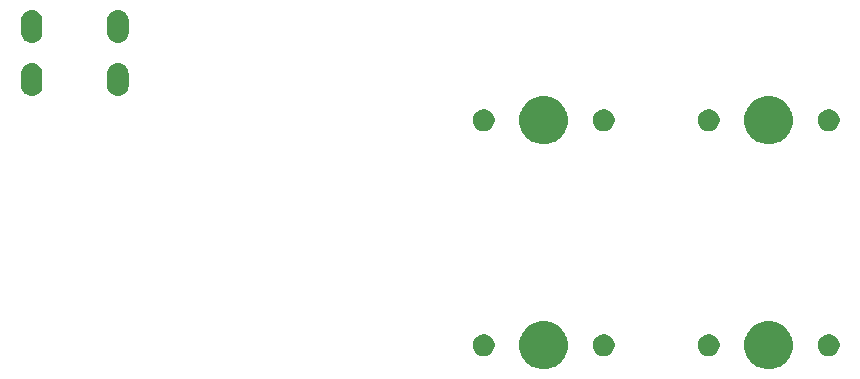
<source format=gts>
G04 #@! TF.GenerationSoftware,KiCad,Pcbnew,(5.1.5)-3*
G04 #@! TF.CreationDate,2020-07-11T00:43:04+09:00*
G04 #@! TF.ProjectId,kicad-pcb-01,6b696361-642d-4706-9362-2d30312e6b69,rev?*
G04 #@! TF.SameCoordinates,Original*
G04 #@! TF.FileFunction,Soldermask,Top*
G04 #@! TF.FilePolarity,Negative*
%FSLAX46Y46*%
G04 Gerber Fmt 4.6, Leading zero omitted, Abs format (unit mm)*
G04 Created by KiCad (PCBNEW (5.1.5)-3) date 2020-07-11 00:43:04*
%MOMM*%
%LPD*%
G04 APERTURE LIST*
%ADD10C,0.100000*%
G04 APERTURE END LIST*
D10*
G36*
X149027724Y-130589934D02*
G01*
X149245724Y-130680233D01*
X149399873Y-130744083D01*
X149734798Y-130967873D01*
X150019627Y-131252702D01*
X150243417Y-131587627D01*
X150275812Y-131665836D01*
X150397566Y-131959776D01*
X150476150Y-132354844D01*
X150476150Y-132757656D01*
X150397566Y-133152724D01*
X150346701Y-133275522D01*
X150243417Y-133524873D01*
X150019627Y-133859798D01*
X149734798Y-134144627D01*
X149399873Y-134368417D01*
X149245724Y-134432267D01*
X149027724Y-134522566D01*
X148632656Y-134601150D01*
X148229844Y-134601150D01*
X147834776Y-134522566D01*
X147616776Y-134432267D01*
X147462627Y-134368417D01*
X147127702Y-134144627D01*
X146842873Y-133859798D01*
X146619083Y-133524873D01*
X146515799Y-133275522D01*
X146464934Y-133152724D01*
X146386350Y-132757656D01*
X146386350Y-132354844D01*
X146464934Y-131959776D01*
X146586688Y-131665836D01*
X146619083Y-131587627D01*
X146842873Y-131252702D01*
X147127702Y-130967873D01*
X147462627Y-130744083D01*
X147616776Y-130680233D01*
X147834776Y-130589934D01*
X148229844Y-130511350D01*
X148632656Y-130511350D01*
X149027724Y-130589934D01*
G37*
G36*
X168077724Y-130589934D02*
G01*
X168295724Y-130680233D01*
X168449873Y-130744083D01*
X168784798Y-130967873D01*
X169069627Y-131252702D01*
X169293417Y-131587627D01*
X169325812Y-131665836D01*
X169447566Y-131959776D01*
X169526150Y-132354844D01*
X169526150Y-132757656D01*
X169447566Y-133152724D01*
X169396701Y-133275522D01*
X169293417Y-133524873D01*
X169069627Y-133859798D01*
X168784798Y-134144627D01*
X168449873Y-134368417D01*
X168295724Y-134432267D01*
X168077724Y-134522566D01*
X167682656Y-134601150D01*
X167279844Y-134601150D01*
X166884776Y-134522566D01*
X166666776Y-134432267D01*
X166512627Y-134368417D01*
X166177702Y-134144627D01*
X165892873Y-133859798D01*
X165669083Y-133524873D01*
X165565799Y-133275522D01*
X165514934Y-133152724D01*
X165436350Y-132757656D01*
X165436350Y-132354844D01*
X165514934Y-131959776D01*
X165636688Y-131665836D01*
X165669083Y-131587627D01*
X165892873Y-131252702D01*
X166177702Y-130967873D01*
X166512627Y-130744083D01*
X166666776Y-130680233D01*
X166884776Y-130589934D01*
X167279844Y-130511350D01*
X167682656Y-130511350D01*
X168077724Y-130589934D01*
G37*
G36*
X172831354Y-131665835D02*
G01*
X172999876Y-131735639D01*
X173151541Y-131836978D01*
X173280522Y-131965959D01*
X173381861Y-132117624D01*
X173451665Y-132286146D01*
X173487250Y-132465047D01*
X173487250Y-132647453D01*
X173451665Y-132826354D01*
X173381861Y-132994876D01*
X173280522Y-133146541D01*
X173151541Y-133275522D01*
X172999876Y-133376861D01*
X172831354Y-133446665D01*
X172652453Y-133482250D01*
X172470047Y-133482250D01*
X172291146Y-133446665D01*
X172122624Y-133376861D01*
X171970959Y-133275522D01*
X171841978Y-133146541D01*
X171740639Y-132994876D01*
X171670835Y-132826354D01*
X171635250Y-132647453D01*
X171635250Y-132465047D01*
X171670835Y-132286146D01*
X171740639Y-132117624D01*
X171841978Y-131965959D01*
X171970959Y-131836978D01*
X172122624Y-131735639D01*
X172291146Y-131665835D01*
X172470047Y-131630250D01*
X172652453Y-131630250D01*
X172831354Y-131665835D01*
G37*
G36*
X162671354Y-131665835D02*
G01*
X162839876Y-131735639D01*
X162991541Y-131836978D01*
X163120522Y-131965959D01*
X163221861Y-132117624D01*
X163291665Y-132286146D01*
X163327250Y-132465047D01*
X163327250Y-132647453D01*
X163291665Y-132826354D01*
X163221861Y-132994876D01*
X163120522Y-133146541D01*
X162991541Y-133275522D01*
X162839876Y-133376861D01*
X162671354Y-133446665D01*
X162492453Y-133482250D01*
X162310047Y-133482250D01*
X162131146Y-133446665D01*
X161962624Y-133376861D01*
X161810959Y-133275522D01*
X161681978Y-133146541D01*
X161580639Y-132994876D01*
X161510835Y-132826354D01*
X161475250Y-132647453D01*
X161475250Y-132465047D01*
X161510835Y-132286146D01*
X161580639Y-132117624D01*
X161681978Y-131965959D01*
X161810959Y-131836978D01*
X161962624Y-131735639D01*
X162131146Y-131665835D01*
X162310047Y-131630250D01*
X162492453Y-131630250D01*
X162671354Y-131665835D01*
G37*
G36*
X153781354Y-131665835D02*
G01*
X153949876Y-131735639D01*
X154101541Y-131836978D01*
X154230522Y-131965959D01*
X154331861Y-132117624D01*
X154401665Y-132286146D01*
X154437250Y-132465047D01*
X154437250Y-132647453D01*
X154401665Y-132826354D01*
X154331861Y-132994876D01*
X154230522Y-133146541D01*
X154101541Y-133275522D01*
X153949876Y-133376861D01*
X153781354Y-133446665D01*
X153602453Y-133482250D01*
X153420047Y-133482250D01*
X153241146Y-133446665D01*
X153072624Y-133376861D01*
X152920959Y-133275522D01*
X152791978Y-133146541D01*
X152690639Y-132994876D01*
X152620835Y-132826354D01*
X152585250Y-132647453D01*
X152585250Y-132465047D01*
X152620835Y-132286146D01*
X152690639Y-132117624D01*
X152791978Y-131965959D01*
X152920959Y-131836978D01*
X153072624Y-131735639D01*
X153241146Y-131665835D01*
X153420047Y-131630250D01*
X153602453Y-131630250D01*
X153781354Y-131665835D01*
G37*
G36*
X143621354Y-131665835D02*
G01*
X143789876Y-131735639D01*
X143941541Y-131836978D01*
X144070522Y-131965959D01*
X144171861Y-132117624D01*
X144241665Y-132286146D01*
X144277250Y-132465047D01*
X144277250Y-132647453D01*
X144241665Y-132826354D01*
X144171861Y-132994876D01*
X144070522Y-133146541D01*
X143941541Y-133275522D01*
X143789876Y-133376861D01*
X143621354Y-133446665D01*
X143442453Y-133482250D01*
X143260047Y-133482250D01*
X143081146Y-133446665D01*
X142912624Y-133376861D01*
X142760959Y-133275522D01*
X142631978Y-133146541D01*
X142530639Y-132994876D01*
X142460835Y-132826354D01*
X142425250Y-132647453D01*
X142425250Y-132465047D01*
X142460835Y-132286146D01*
X142530639Y-132117624D01*
X142631978Y-131965959D01*
X142760959Y-131836978D01*
X142912624Y-131735639D01*
X143081146Y-131665835D01*
X143260047Y-131630250D01*
X143442453Y-131630250D01*
X143621354Y-131665835D01*
G37*
G36*
X149027724Y-111539934D02*
G01*
X149245724Y-111630233D01*
X149399873Y-111694083D01*
X149734798Y-111917873D01*
X150019627Y-112202702D01*
X150243417Y-112537627D01*
X150275812Y-112615836D01*
X150397566Y-112909776D01*
X150476150Y-113304844D01*
X150476150Y-113707656D01*
X150397566Y-114102724D01*
X150346701Y-114225522D01*
X150243417Y-114474873D01*
X150019627Y-114809798D01*
X149734798Y-115094627D01*
X149399873Y-115318417D01*
X149245724Y-115382267D01*
X149027724Y-115472566D01*
X148632656Y-115551150D01*
X148229844Y-115551150D01*
X147834776Y-115472566D01*
X147616776Y-115382267D01*
X147462627Y-115318417D01*
X147127702Y-115094627D01*
X146842873Y-114809798D01*
X146619083Y-114474873D01*
X146515799Y-114225522D01*
X146464934Y-114102724D01*
X146386350Y-113707656D01*
X146386350Y-113304844D01*
X146464934Y-112909776D01*
X146586688Y-112615836D01*
X146619083Y-112537627D01*
X146842873Y-112202702D01*
X147127702Y-111917873D01*
X147462627Y-111694083D01*
X147616776Y-111630233D01*
X147834776Y-111539934D01*
X148229844Y-111461350D01*
X148632656Y-111461350D01*
X149027724Y-111539934D01*
G37*
G36*
X168077724Y-111539934D02*
G01*
X168295724Y-111630233D01*
X168449873Y-111694083D01*
X168784798Y-111917873D01*
X169069627Y-112202702D01*
X169293417Y-112537627D01*
X169325812Y-112615836D01*
X169447566Y-112909776D01*
X169526150Y-113304844D01*
X169526150Y-113707656D01*
X169447566Y-114102724D01*
X169396701Y-114225522D01*
X169293417Y-114474873D01*
X169069627Y-114809798D01*
X168784798Y-115094627D01*
X168449873Y-115318417D01*
X168295724Y-115382267D01*
X168077724Y-115472566D01*
X167682656Y-115551150D01*
X167279844Y-115551150D01*
X166884776Y-115472566D01*
X166666776Y-115382267D01*
X166512627Y-115318417D01*
X166177702Y-115094627D01*
X165892873Y-114809798D01*
X165669083Y-114474873D01*
X165565799Y-114225522D01*
X165514934Y-114102724D01*
X165436350Y-113707656D01*
X165436350Y-113304844D01*
X165514934Y-112909776D01*
X165636688Y-112615836D01*
X165669083Y-112537627D01*
X165892873Y-112202702D01*
X166177702Y-111917873D01*
X166512627Y-111694083D01*
X166666776Y-111630233D01*
X166884776Y-111539934D01*
X167279844Y-111461350D01*
X167682656Y-111461350D01*
X168077724Y-111539934D01*
G37*
G36*
X172831354Y-112615835D02*
G01*
X172999876Y-112685639D01*
X173151541Y-112786978D01*
X173280522Y-112915959D01*
X173381861Y-113067624D01*
X173451665Y-113236146D01*
X173487250Y-113415047D01*
X173487250Y-113597453D01*
X173451665Y-113776354D01*
X173381861Y-113944876D01*
X173280522Y-114096541D01*
X173151541Y-114225522D01*
X172999876Y-114326861D01*
X172831354Y-114396665D01*
X172652453Y-114432250D01*
X172470047Y-114432250D01*
X172291146Y-114396665D01*
X172122624Y-114326861D01*
X171970959Y-114225522D01*
X171841978Y-114096541D01*
X171740639Y-113944876D01*
X171670835Y-113776354D01*
X171635250Y-113597453D01*
X171635250Y-113415047D01*
X171670835Y-113236146D01*
X171740639Y-113067624D01*
X171841978Y-112915959D01*
X171970959Y-112786978D01*
X172122624Y-112685639D01*
X172291146Y-112615835D01*
X172470047Y-112580250D01*
X172652453Y-112580250D01*
X172831354Y-112615835D01*
G37*
G36*
X143621354Y-112615835D02*
G01*
X143789876Y-112685639D01*
X143941541Y-112786978D01*
X144070522Y-112915959D01*
X144171861Y-113067624D01*
X144241665Y-113236146D01*
X144277250Y-113415047D01*
X144277250Y-113597453D01*
X144241665Y-113776354D01*
X144171861Y-113944876D01*
X144070522Y-114096541D01*
X143941541Y-114225522D01*
X143789876Y-114326861D01*
X143621354Y-114396665D01*
X143442453Y-114432250D01*
X143260047Y-114432250D01*
X143081146Y-114396665D01*
X142912624Y-114326861D01*
X142760959Y-114225522D01*
X142631978Y-114096541D01*
X142530639Y-113944876D01*
X142460835Y-113776354D01*
X142425250Y-113597453D01*
X142425250Y-113415047D01*
X142460835Y-113236146D01*
X142530639Y-113067624D01*
X142631978Y-112915959D01*
X142760959Y-112786978D01*
X142912624Y-112685639D01*
X143081146Y-112615835D01*
X143260047Y-112580250D01*
X143442453Y-112580250D01*
X143621354Y-112615835D01*
G37*
G36*
X153781354Y-112615835D02*
G01*
X153949876Y-112685639D01*
X154101541Y-112786978D01*
X154230522Y-112915959D01*
X154331861Y-113067624D01*
X154401665Y-113236146D01*
X154437250Y-113415047D01*
X154437250Y-113597453D01*
X154401665Y-113776354D01*
X154331861Y-113944876D01*
X154230522Y-114096541D01*
X154101541Y-114225522D01*
X153949876Y-114326861D01*
X153781354Y-114396665D01*
X153602453Y-114432250D01*
X153420047Y-114432250D01*
X153241146Y-114396665D01*
X153072624Y-114326861D01*
X152920959Y-114225522D01*
X152791978Y-114096541D01*
X152690639Y-113944876D01*
X152620835Y-113776354D01*
X152585250Y-113597453D01*
X152585250Y-113415047D01*
X152620835Y-113236146D01*
X152690639Y-113067624D01*
X152791978Y-112915959D01*
X152920959Y-112786978D01*
X153072624Y-112685639D01*
X153241146Y-112615835D01*
X153420047Y-112580250D01*
X153602453Y-112580250D01*
X153781354Y-112615835D01*
G37*
G36*
X162671354Y-112615835D02*
G01*
X162839876Y-112685639D01*
X162991541Y-112786978D01*
X163120522Y-112915959D01*
X163221861Y-113067624D01*
X163291665Y-113236146D01*
X163327250Y-113415047D01*
X163327250Y-113597453D01*
X163291665Y-113776354D01*
X163221861Y-113944876D01*
X163120522Y-114096541D01*
X162991541Y-114225522D01*
X162839876Y-114326861D01*
X162671354Y-114396665D01*
X162492453Y-114432250D01*
X162310047Y-114432250D01*
X162131146Y-114396665D01*
X161962624Y-114326861D01*
X161810959Y-114225522D01*
X161681978Y-114096541D01*
X161580639Y-113944876D01*
X161510835Y-113776354D01*
X161475250Y-113597453D01*
X161475250Y-113415047D01*
X161510835Y-113236146D01*
X161580639Y-113067624D01*
X161681978Y-112915959D01*
X161810959Y-112786978D01*
X161962624Y-112685639D01*
X162131146Y-112615835D01*
X162310047Y-112580250D01*
X162492453Y-112580250D01*
X162671354Y-112615835D01*
G37*
G36*
X105270377Y-108680787D02*
G01*
X105440216Y-108732307D01*
X105596741Y-108815972D01*
X105632479Y-108845302D01*
X105733936Y-108928564D01*
X105817198Y-109030021D01*
X105846528Y-109065759D01*
X105930193Y-109222284D01*
X105981713Y-109392123D01*
X105994750Y-109524492D01*
X105994750Y-110613008D01*
X105981713Y-110745377D01*
X105930193Y-110915216D01*
X105846528Y-111071741D01*
X105817198Y-111107479D01*
X105733936Y-111208936D01*
X105596739Y-111321529D01*
X105440217Y-111405192D01*
X105440215Y-111405193D01*
X105270376Y-111456713D01*
X105093750Y-111474109D01*
X104917123Y-111456713D01*
X104747284Y-111405193D01*
X104590759Y-111321528D01*
X104555021Y-111292198D01*
X104453564Y-111208936D01*
X104340971Y-111071739D01*
X104257308Y-110915217D01*
X104257307Y-110915215D01*
X104205787Y-110745376D01*
X104192750Y-110613007D01*
X104192751Y-109524492D01*
X104205788Y-109392123D01*
X104257308Y-109222284D01*
X104340973Y-109065759D01*
X104370303Y-109030021D01*
X104453565Y-108928564D01*
X104555022Y-108845302D01*
X104590760Y-108815972D01*
X104747285Y-108732307D01*
X104917124Y-108680787D01*
X105093750Y-108663391D01*
X105270377Y-108680787D01*
G37*
G36*
X112570377Y-108680787D02*
G01*
X112740216Y-108732307D01*
X112896741Y-108815972D01*
X112932479Y-108845302D01*
X113033936Y-108928564D01*
X113117198Y-109030021D01*
X113146528Y-109065759D01*
X113230193Y-109222284D01*
X113281713Y-109392123D01*
X113294750Y-109524492D01*
X113294750Y-110613008D01*
X113281713Y-110745377D01*
X113230193Y-110915216D01*
X113146528Y-111071741D01*
X113117198Y-111107479D01*
X113033936Y-111208936D01*
X112896739Y-111321529D01*
X112740217Y-111405192D01*
X112740215Y-111405193D01*
X112570376Y-111456713D01*
X112393750Y-111474109D01*
X112217123Y-111456713D01*
X112047284Y-111405193D01*
X111890759Y-111321528D01*
X111855021Y-111292198D01*
X111753564Y-111208936D01*
X111640971Y-111071739D01*
X111557308Y-110915217D01*
X111557307Y-110915215D01*
X111505787Y-110745376D01*
X111492750Y-110613007D01*
X111492751Y-109524492D01*
X111505788Y-109392123D01*
X111557308Y-109222284D01*
X111640973Y-109065759D01*
X111670303Y-109030021D01*
X111753565Y-108928564D01*
X111855022Y-108845302D01*
X111890760Y-108815972D01*
X112047285Y-108732307D01*
X112217124Y-108680787D01*
X112393750Y-108663391D01*
X112570377Y-108680787D01*
G37*
G36*
X105270377Y-104180787D02*
G01*
X105440216Y-104232307D01*
X105596741Y-104315972D01*
X105632479Y-104345302D01*
X105733936Y-104428564D01*
X105817198Y-104530021D01*
X105846528Y-104565759D01*
X105930193Y-104722284D01*
X105981713Y-104892123D01*
X105994750Y-105024492D01*
X105994750Y-106113008D01*
X105981713Y-106245377D01*
X105930193Y-106415216D01*
X105846528Y-106571741D01*
X105817198Y-106607479D01*
X105733936Y-106708936D01*
X105596739Y-106821529D01*
X105440217Y-106905192D01*
X105440215Y-106905193D01*
X105270376Y-106956713D01*
X105093750Y-106974109D01*
X104917123Y-106956713D01*
X104747284Y-106905193D01*
X104590759Y-106821528D01*
X104555021Y-106792198D01*
X104453564Y-106708936D01*
X104340971Y-106571739D01*
X104257308Y-106415217D01*
X104257307Y-106415215D01*
X104205787Y-106245376D01*
X104192750Y-106113007D01*
X104192751Y-105024492D01*
X104205788Y-104892123D01*
X104257308Y-104722284D01*
X104340973Y-104565759D01*
X104370303Y-104530021D01*
X104453565Y-104428564D01*
X104555022Y-104345302D01*
X104590760Y-104315972D01*
X104747285Y-104232307D01*
X104917124Y-104180787D01*
X105093750Y-104163391D01*
X105270377Y-104180787D01*
G37*
G36*
X112570377Y-104180787D02*
G01*
X112740216Y-104232307D01*
X112896741Y-104315972D01*
X112932479Y-104345302D01*
X113033936Y-104428564D01*
X113117198Y-104530021D01*
X113146528Y-104565759D01*
X113230193Y-104722284D01*
X113281713Y-104892123D01*
X113294750Y-105024492D01*
X113294750Y-106113008D01*
X113281713Y-106245377D01*
X113230193Y-106415216D01*
X113146528Y-106571741D01*
X113117198Y-106607479D01*
X113033936Y-106708936D01*
X112896739Y-106821529D01*
X112740217Y-106905192D01*
X112740215Y-106905193D01*
X112570376Y-106956713D01*
X112393750Y-106974109D01*
X112217123Y-106956713D01*
X112047284Y-106905193D01*
X111890759Y-106821528D01*
X111855021Y-106792198D01*
X111753564Y-106708936D01*
X111640971Y-106571739D01*
X111557308Y-106415217D01*
X111557307Y-106415215D01*
X111505787Y-106245376D01*
X111492750Y-106113007D01*
X111492751Y-105024492D01*
X111505788Y-104892123D01*
X111557308Y-104722284D01*
X111640973Y-104565759D01*
X111670303Y-104530021D01*
X111753565Y-104428564D01*
X111855022Y-104345302D01*
X111890760Y-104315972D01*
X112047285Y-104232307D01*
X112217124Y-104180787D01*
X112393750Y-104163391D01*
X112570377Y-104180787D01*
G37*
M02*

</source>
